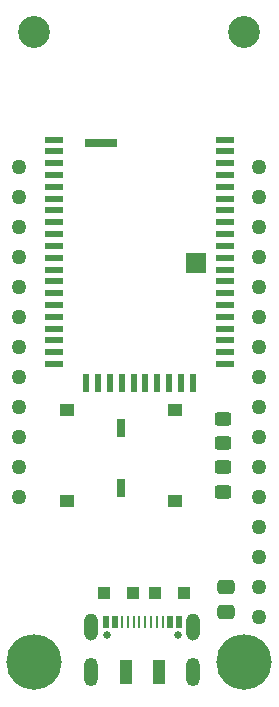
<source format=gbr>
%TF.GenerationSoftware,KiCad,Pcbnew,5.99.0-unknown-64d35ecebc~127~ubuntu20.04.1*%
%TF.CreationDate,2021-05-01T12:49:23+10:00*%
%TF.ProjectId,bm83-featherwing,626d3833-2d66-4656-9174-68657277696e,rev?*%
%TF.SameCoordinates,Original*%
%TF.FileFunction,Soldermask,Top*%
%TF.FilePolarity,Negative*%
%FSLAX46Y46*%
G04 Gerber Fmt 4.6, Leading zero omitted, Abs format (unit mm)*
G04 Created by KiCad (PCBNEW 5.99.0-unknown-64d35ecebc~127~ubuntu20.04.1) date 2021-05-01 12:49:23*
%MOMM*%
%LPD*%
G01*
G04 APERTURE LIST*
G04 Aperture macros list*
%AMRoundRect*
0 Rectangle with rounded corners*
0 $1 Rounding radius*
0 $2 $3 $4 $5 $6 $7 $8 $9 X,Y pos of 4 corners*
0 Add a 4 corners polygon primitive as box body*
4,1,4,$2,$3,$4,$5,$6,$7,$8,$9,$2,$3,0*
0 Add four circle primitives for the rounded corners*
1,1,$1+$1,$2,$3*
1,1,$1+$1,$4,$5*
1,1,$1+$1,$6,$7*
1,1,$1+$1,$8,$9*
0 Add four rect primitives between the rounded corners*
20,1,$1+$1,$2,$3,$4,$5,0*
20,1,$1+$1,$4,$5,$6,$7,0*
20,1,$1+$1,$6,$7,$8,$9,0*
20,1,$1+$1,$8,$9,$2,$3,0*%
G04 Aperture macros list end*
%ADD10C,1.270000*%
%ADD11RoundRect,0.250000X0.450000X-0.325000X0.450000X0.325000X-0.450000X0.325000X-0.450000X-0.325000X0*%
%ADD12R,0.520000X1.000000*%
%ADD13R,0.270000X1.000000*%
%ADD14C,0.630000*%
%ADD15C,0.600000*%
%ADD16R,1.000000X2.000000*%
%ADD17O,1.158000X2.316000*%
%ADD18O,1.200000X2.400000*%
%ADD19R,1.500000X0.600000*%
%ADD20R,0.600000X1.500000*%
%ADD21R,1.780000X1.780000*%
%ADD22R,2.790000X0.760000*%
%ADD23R,0.760000X1.600000*%
%ADD24R,1.000000X1.000000*%
%ADD25R,1.250000X1.000000*%
%ADD26C,4.700000*%
%ADD27RoundRect,0.250000X-0.450000X0.325000X-0.450000X-0.325000X0.450000X-0.325000X0.450000X0.325000X0*%
%ADD28RoundRect,0.250000X-0.475000X0.337500X-0.475000X-0.337500X0.475000X-0.337500X0.475000X0.337500X0*%
%ADD29C,2.700000*%
G04 APERTURE END LIST*
D10*
%TO.C,J1*%
X135890000Y-111760000D03*
X135890000Y-109220000D03*
X135890000Y-106680000D03*
X135890000Y-104140000D03*
X135890000Y-101600000D03*
X135890000Y-99060000D03*
X135890000Y-96520000D03*
X135890000Y-93980000D03*
X135890000Y-91440000D03*
X135890000Y-88900000D03*
X135890000Y-86360000D03*
X135890000Y-83820000D03*
%TD*%
D11*
%TO.C,D5*%
X153162000Y-111261000D03*
X153162000Y-109211000D03*
%TD*%
D12*
%TO.C,J3*%
X143204000Y-122344000D03*
X143954000Y-122344000D03*
D13*
X144554000Y-122344000D03*
X145054000Y-122344000D03*
X145554000Y-122344000D03*
X146054000Y-122344000D03*
X146554000Y-122344000D03*
X147054000Y-122344000D03*
X147554000Y-122344000D03*
X148054000Y-122344000D03*
D12*
X148654000Y-122344000D03*
X149404000Y-122344000D03*
D14*
X143304000Y-123444000D03*
D15*
X149304000Y-123444000D03*
D14*
X149304000Y-123444000D03*
D16*
X144904000Y-126544000D03*
X147704000Y-126544000D03*
D17*
X141984000Y-122719000D03*
X150624000Y-122719000D03*
D18*
X141984000Y-126544000D03*
X150624000Y-126544000D03*
%TD*%
D19*
%TO.C,U1*%
X138807000Y-81466000D03*
X138807000Y-82466000D03*
X138807000Y-83466000D03*
X138807000Y-84466000D03*
X138807000Y-85466000D03*
X138807000Y-86466000D03*
X138807000Y-87466000D03*
X138807000Y-88466000D03*
X138807000Y-89466000D03*
X138807000Y-90466000D03*
X138807000Y-91466000D03*
X138807000Y-92466000D03*
X138807000Y-93466000D03*
X138807000Y-94466000D03*
X138807000Y-95466000D03*
X138807000Y-96466000D03*
X138807000Y-97466000D03*
X138807000Y-98466000D03*
X138807000Y-99466000D03*
X138807000Y-100466000D03*
D20*
X141557000Y-102116000D03*
X142557000Y-102116000D03*
X143557000Y-102116000D03*
X144557000Y-102116000D03*
X145557000Y-102116000D03*
X146557000Y-102116000D03*
X147557000Y-102116000D03*
X148557000Y-102116000D03*
X149557000Y-102116000D03*
X150557000Y-102116000D03*
D19*
X153307000Y-100466000D03*
X153307000Y-99466000D03*
X153307000Y-98466000D03*
X153307000Y-97466000D03*
X153307000Y-96466000D03*
X153307000Y-95466000D03*
X153307000Y-94466000D03*
X153307000Y-93466000D03*
X153307000Y-92466000D03*
X153307000Y-91466000D03*
X153307000Y-90466000D03*
X153307000Y-89466000D03*
X153307000Y-88466000D03*
X153307000Y-87466000D03*
X153307000Y-86466000D03*
X153307000Y-85466000D03*
X153307000Y-84466000D03*
X153307000Y-83466000D03*
X153307000Y-82466000D03*
X153307000Y-81466000D03*
D21*
X150827000Y-91896000D03*
D22*
X142767000Y-81786000D03*
%TD*%
D23*
%TO.C,SW3*%
X144526000Y-105918000D03*
X144526000Y-110998000D03*
%TD*%
D24*
%TO.C,D1*%
X143022000Y-119888000D03*
X145522000Y-119888000D03*
%TD*%
D10*
%TO.C,J2*%
X156210000Y-83820000D03*
X156210000Y-86360000D03*
X156210000Y-88900000D03*
X156210000Y-91440000D03*
X156210000Y-93980000D03*
X156210000Y-96520000D03*
X156210000Y-99060000D03*
X156210000Y-101600000D03*
X156210000Y-104140000D03*
X156210000Y-106680000D03*
X156210000Y-109220000D03*
X156210000Y-111760000D03*
X156210000Y-114300000D03*
X156210000Y-116840000D03*
X156210000Y-119380000D03*
X156210000Y-121920000D03*
%TD*%
D25*
%TO.C,SW1*%
X149098000Y-112079000D03*
X149098000Y-104329000D03*
%TD*%
D26*
%TO.C,REF\u002A\u002A*%
X137160000Y-125730000D03*
%TD*%
D27*
%TO.C,D4*%
X153162000Y-105138000D03*
X153162000Y-107188000D03*
%TD*%
D28*
%TO.C,C2*%
X153416000Y-119358500D03*
X153416000Y-121433500D03*
%TD*%
D29*
%TO.C,REF\u002A\u002A*%
X154940000Y-72390000D03*
%TD*%
D24*
%TO.C,D2*%
X149840000Y-119888000D03*
X147340000Y-119888000D03*
%TD*%
D25*
%TO.C,SW2*%
X139954000Y-104329000D03*
X139954000Y-112079000D03*
%TD*%
D29*
%TO.C,REF\u002A\u002A*%
X137160000Y-72390000D03*
%TD*%
D26*
%TO.C,*%
X154940000Y-125730000D03*
%TD*%
M02*

</source>
